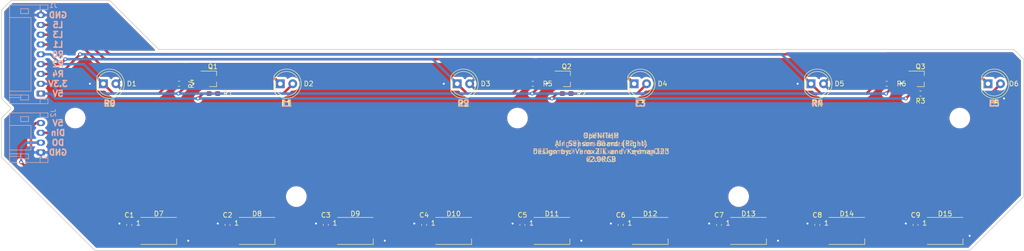
<source format=kicad_pcb>
(kicad_pcb (version 20171130) (host pcbnew "(5.1.7)-1")
  (layers (0 F.Cu signal) (31 B.Cu signal) (34 B.Paste user) (35 F.Paste user) (36 B.SilkS user) (37 F.SilkS user) (38 B.Mask user) (39 F.Mask user) (44 Edge.Cuts user))
  (net 0 "")
  (net 1 GND)
  (net 2 +3V3)
  (net 3 +5V)
  (net 4 R0)
  (net 5 "Net-(D2-Pad2)")
  (net 6 "Net-(D2-Pad1)")
  (net 7 R2)
  (net 8 "Net-(D4-Pad2)")
  (net 9 "Net-(D4-Pad1)")
  (net 10 R4)
  (net 11 "Net-(D6-Pad2)")
  (net 12 "Net-(D6-Pad1)")
  (net 13 L5)
  (net 14 L3)
  (net 15 L1)
  (net 16 Din)
  (net 17 "Net-(D8-Pad2)")
  (net 18 "Net-(D10-Pad4)")
  (net 19 "Net-(D10-Pad2)")
  (net 20 "Net-(D11-Pad2)")
  (net 21 "Net-(D12-Pad2)")
  (net 22 "Net-(D14-Pad2)")
  (net 23 DO)
  (net 24 RGB+5V)
  (net 25 "Net-(D9-Pad2)")
  (net 26 "Net-(D15-Pad2)")
  (module Connector_JST:JST_PH_S4B-PH-K_1x04_P2.00mm_Horizontal (layer B.Cu) (at 56 119 90)
    (fp_text reference J2 (at 8 2.55 90) (layer B.SilkS) (effects (justify mirror)))
    (fp_text value Conn_01x04)
    (fp_line (start -0.86 -0.14) (end -1.14 -0.14) (layer B.SilkS) (width 0.12))
    (fp_line (start -1.14 -0.14) (end -1.14 1.46) (layer B.SilkS) (width 0.12))
    (fp_line (start -1.14 1.46) (end -2.06 1.46) (layer B.SilkS) (width 0.12))
    (fp_line (start -2.06 1.46) (end -2.06 -6.36) (layer B.SilkS) (width 0.12))
    (fp_line (start -2.06 -6.36) (end 8.06 -6.36) (layer B.SilkS) (width 0.12))
    (fp_line (start 8.06 -6.36) (end 8.06 1.46) (layer B.SilkS) (width 0.12))
    (fp_line (start 8.06 1.46) (end 7.14 1.46) (layer B.SilkS) (width 0.12))
    (fp_line (start 7.14 1.46) (end 7.14 -0.14) (layer B.SilkS) (width 0.12))
    (fp_line (start 7.14 -0.14) (end 6.86 -0.14) (layer B.SilkS) (width 0.12))
    (fp_line (start 0.5 -6.36) (end 0.5 -2) (layer B.SilkS) (width 0.12))
    (fp_line (start 0.5 -2) (end 5.5 -2) (layer B.SilkS) (width 0.12))
    (fp_line (start 5.5 -2) (end 5.5 -6.36) (layer B.SilkS) (width 0.12))
    (fp_line (start -2.06 -0.14) (end -1.14 -0.14) (layer B.SilkS) (width 0.12))
    (fp_line (start 8.06 -0.14) (end 7.14 -0.14) (layer B.SilkS) (width 0.12))
    (fp_line (start -1.3 -2.5) (end -1.3 -4.1) (layer B.SilkS) (width 0.12))
    (fp_line (start -1.3 -4.1) (end -0.3 -4.1) (layer B.SilkS) (width 0.12))
    (fp_line (start -0.3 -4.1) (end -0.3 -2.5) (layer B.SilkS) (width 0.12))
    (fp_line (start -0.3 -2.5) (end -1.3 -2.5) (layer B.SilkS) (width 0.12))
    (fp_line (start 7.3 -2.5) (end 7.3 -4.1) (layer B.SilkS) (width 0.12))
    (fp_line (start 7.3 -4.1) (end 6.3 -4.1) (layer B.SilkS) (width 0.12))
    (fp_line (start 6.3 -4.1) (end 6.3 -2.5) (layer B.SilkS) (width 0.12))
    (fp_line (start 6.3 -2.5) (end 7.3 -2.5) (layer B.SilkS) (width 0.12))
    (fp_line (start -0.3 -4.1) (end -0.3 -6.36) (layer B.SilkS) (width 0.12))
    (fp_line (start -0.8 -4.1) (end -0.8 -6.36) (layer B.SilkS) (width 0.12))
    (fp_line (start -0.86 -0.14) (end -0.86 1.075) (layer B.SilkS) (width 0.12))
    (pad 4 thru_hole oval (at 6 0 90) (size 1.2 1.75) (drill 0.75) (layers *.Cu *.Mask) (net 24 RGB+5V))
    (pad 3 thru_hole oval (at 4 0 90) (size 1.2 1.75) (drill 0.75) (layers *.Cu *.Mask) (net 16 Din))
    (pad 2 thru_hole oval (at 2 0 90) (size 1.2 1.75) (drill 0.75) (layers *.Cu *.Mask) (net 23 DO))
    (pad 1 thru_hole roundrect (at 0 0 90) (size 1.2 1.75) (drill 0.75) (layers *.Cu *.Mask) (roundrect_rratio 0.2083325) (net 1 GND))
  )
  (module MountingHole:MountingHole_3.2mm_M3_ISO14580 (layer F.Cu) (at 198 128)
    (fp_text reference MH4 hide)
    (fp_text value MountingHole)
    (pad 1 np_thru_hole circle (at 0 0) (size 3.2 3.2) (drill 3.2) (layers *.Cu *.Mask))
  )
  (module MountingHole:MountingHole_3.2mm_M3_ISO14580 (layer F.Cu) (at 108 128)
    (fp_text reference MH2 hide)
    (fp_text value MountingHole)
    (pad 1 np_thru_hole circle (at 0 0) (size 3.2 3.2) (drill 3.2) (layers *.Cu *.Mask))
  )
  (module MountingHole:MountingHole_3.2mm_M3_ISO14580 (layer F.Cu) (at 243 112)
    (fp_text reference MH5 hide)
    (fp_text value MountingHole)
    (pad 1 np_thru_hole circle (at 0 0) (size 3.2 3.2) (drill 3.2) (layers *.Cu *.Mask))
  )
  (module Capacitor_SMD:C_0603_1608Metric (layer F.Cu) (at 234 133.775 270)
    (fp_text reference C9 (at -2 0 180) (layer F.SilkS))
    (fp_text value 100nF)
    (fp_line (start -0.14058 -0.51) (end 0.14058 -0.51) (layer F.SilkS) (width 0.12))
    (fp_line (start -0.14058 0.51) (end 0.14058 0.51) (layer F.SilkS) (width 0.12))
    (pad 1 smd roundrect (at -0.775 0 270) (size 0.9 0.95) (layers F.Cu F.Paste F.Mask) (net 24 RGB+5V))
    (pad 2 smd roundrect (at 0.775 0 270) (size 0.9 0.95) (layers F.Cu F.Paste F.Mask) (net 1 GND))
  )
  (module Capacitor_SMD:C_0603_1608Metric (layer F.Cu) (at 214 133.775 270)
    (fp_text reference C8 (at -2 0 180) (layer F.SilkS))
    (fp_text value 100nF)
    (fp_line (start -0.14058 0.51) (end 0.14058 0.51) (layer F.SilkS) (width 0.12))
    (fp_line (start -0.14058 -0.51) (end 0.14058 -0.51) (layer F.SilkS) (width 0.12))
    (pad 2 smd roundrect (at 0.775 0 270) (size 0.9 0.95) (layers F.Cu F.Paste F.Mask) (net 1 GND))
    (pad 1 smd roundrect (at -0.775 0 270) (size 0.9 0.95) (layers F.Cu F.Paste F.Mask) (net 24 RGB+5V))
  )
  (module Capacitor_SMD:C_0603_1608Metric (layer F.Cu) (at 194 133.775 270)
    (fp_text reference C7 (at -2 0 180) (layer F.SilkS))
    (fp_text value 100nF)
    (fp_line (start -0.14058 -0.51) (end 0.14058 -0.51) (layer F.SilkS) (width 0.12))
    (fp_line (start -0.14058 0.51) (end 0.14058 0.51) (layer F.SilkS) (width 0.12))
    (pad 1 smd roundrect (at -0.775 0 270) (size 0.9 0.95) (layers F.Cu F.Paste F.Mask) (net 24 RGB+5V))
    (pad 2 smd roundrect (at 0.775 0 270) (size 0.9 0.95) (layers F.Cu F.Paste F.Mask) (net 1 GND))
  )
  (module Capacitor_SMD:C_0603_1608Metric (layer F.Cu) (at 174 133.775 270)
    (fp_text reference C6 (at -2 0 180) (layer F.SilkS))
    (fp_text value 100nF)
    (fp_line (start -0.14058 -0.51) (end 0.14058 -0.51) (layer F.SilkS) (width 0.12))
    (fp_line (start -0.14058 0.51) (end 0.14058 0.51) (layer F.SilkS) (width 0.12))
    (pad 1 smd roundrect (at -0.775 0 270) (size 0.9 0.95) (layers F.Cu F.Paste F.Mask) (net 24 RGB+5V))
    (pad 2 smd roundrect (at 0.775 0 270) (size 0.9 0.95) (layers F.Cu F.Paste F.Mask) (net 1 GND))
  )
  (module Capacitor_SMD:C_0603_1608Metric (layer F.Cu) (at 154 133.775 270)
    (fp_text reference C5 (at -2 0 180) (layer F.SilkS))
    (fp_text value 100nF)
    (fp_line (start -0.14058 -0.51) (end 0.14058 -0.51) (layer F.SilkS) (width 0.12))
    (fp_line (start -0.14058 0.51) (end 0.14058 0.51) (layer F.SilkS) (width 0.12))
    (pad 1 smd roundrect (at -0.775 0 270) (size 0.9 0.95) (layers F.Cu F.Paste F.Mask) (net 24 RGB+5V))
    (pad 2 smd roundrect (at 0.775 0 270) (size 0.9 0.95) (layers F.Cu F.Paste F.Mask) (net 1 GND))
  )
  (module Capacitor_SMD:C_0603_1608Metric (layer F.Cu) (at 134 133.775 270)
    (fp_text reference C4 (at -2 0 180) (layer F.SilkS))
    (fp_text value 100nF)
    (fp_line (start -0.14058 -0.51) (end 0.14058 -0.51) (layer F.SilkS) (width 0.12))
    (fp_line (start -0.14058 0.51) (end 0.14058 0.51) (layer F.SilkS) (width 0.12))
    (pad 1 smd roundrect (at -0.775 0 270) (size 0.9 0.95) (layers F.Cu F.Paste F.Mask) (net 24 RGB+5V))
    (pad 2 smd roundrect (at 0.775 0 270) (size 0.9 0.95) (layers F.Cu F.Paste F.Mask) (net 1 GND))
  )
  (module Capacitor_SMD:C_0603_1608Metric (layer F.Cu) (at 114 133.775 270)
    (fp_text reference C3 (at -2 0) (layer F.SilkS))
    (fp_text value 100nF)
    (fp_line (start -0.14058 -0.51) (end 0.14058 -0.51) (layer F.SilkS) (width 0.12))
    (fp_line (start -0.14058 0.51) (end 0.14058 0.51) (layer F.SilkS) (width 0.12))
    (pad 1 smd roundrect (at -0.775 0 270) (size 0.9 0.95) (layers F.Cu F.Paste F.Mask) (net 24 RGB+5V))
    (pad 2 smd roundrect (at 0.775 0 270) (size 0.9 0.95) (layers F.Cu F.Paste F.Mask) (net 1 GND))
  )
  (module Capacitor_SMD:C_0603_1608Metric (layer F.Cu) (at 94 133.775 270)
    (fp_text reference C2 (at -2 0 180) (layer F.SilkS))
    (fp_text value 100nF)
    (fp_line (start -0.14058 0.51) (end 0.14058 0.51) (layer F.SilkS) (width 0.12))
    (fp_line (start -0.14058 -0.51) (end 0.14058 -0.51) (layer F.SilkS) (width 0.12))
    (pad 2 smd roundrect (at 0.775 0 270) (size 0.9 0.95) (layers F.Cu F.Paste F.Mask) (net 1 GND))
    (pad 1 smd roundrect (at -0.775 0 270) (size 0.9 0.95) (layers F.Cu F.Paste F.Mask) (net 24 RGB+5V))
  )
  (module Capacitor_SMD:C_0603_1608Metric (layer F.Cu) (at 74 133.775 270)
    (fp_text reference C1 (at -2 0 180) (layer F.SilkS))
    (fp_text value 100nF)
    (fp_line (start -0.14058 0.51) (end 0.14058 0.51) (layer F.SilkS) (width 0.12))
    (fp_line (start -0.14058 -0.51) (end 0.14058 -0.51) (layer F.SilkS) (width 0.12))
    (pad 2 smd roundrect (at 0.775 0 270) (size 0.9 0.95) (layers F.Cu F.Paste F.Mask) (net 1 GND))
    (pad 1 smd roundrect (at -0.775 0 270) (size 0.9 0.95) (layers F.Cu F.Paste F.Mask) (net 24 RGB+5V))
  )
  (module LED_SMD:LED_WS2812B_PLCC4_5.0x5.0mm_P3.2mm (layer F.Cu) (at 80 135)
    (fp_text reference D7 (at 0 -3.5) (layer F.SilkS))
    (fp_text value WS2812B)
    (fp_line (start -3.65 -2.75) (end 3.65 -2.75) (layer F.SilkS) (width 0.12))
    (fp_line (start -3.65 2.75) (end 3.65 2.75) (layer F.SilkS) (width 0.12))
    (fp_line (start 3.65 2.75) (end 3.65 1.6) (layer F.SilkS) (width 0.12))
    (fp_text user 1 (at -4.15 -1.6) (layer F.SilkS))
    (pad 1 smd rect (at -2.45 -1.6) (size 1.5 1) (layers F.Cu F.Paste F.Mask) (net 24 RGB+5V))
    (pad 2 smd rect (at -2.45 1.6) (size 1.5 1) (layers F.Cu F.Paste F.Mask) (net 23 DO))
    (pad 4 smd rect (at 2.45 -1.6) (size 1.5 1) (layers F.Cu F.Paste F.Mask) (net 19 "Net-(D10-Pad2)"))
    (pad 3 smd rect (at 2.45 1.6) (size 1.5 1) (layers F.Cu F.Paste F.Mask) (net 1 GND))
  )
  (module LED_SMD:LED_WS2812B_PLCC4_5.0x5.0mm_P3.2mm (layer F.Cu) (at 100 135)
    (fp_text reference D8 (at 0 -3.5) (layer F.SilkS))
    (fp_text value WS2812B)
    (fp_line (start 3.65 2.75) (end 3.65 1.6) (layer F.SilkS) (width 0.12))
    (fp_line (start -3.65 2.75) (end 3.65 2.75) (layer F.SilkS) (width 0.12))
    (fp_line (start -3.65 -2.75) (end 3.65 -2.75) (layer F.SilkS) (width 0.12))
    (fp_text user 1 (at -4.15 -1.6) (layer F.SilkS))
    (pad 3 smd rect (at 2.45 1.6) (size 1.5 1) (layers F.Cu F.Paste F.Mask) (net 1 GND))
    (pad 4 smd rect (at 2.45 -1.6) (size 1.5 1) (layers F.Cu F.Paste F.Mask) (net 19 "Net-(D10-Pad2)"))
    (pad 2 smd rect (at -2.45 1.6) (size 1.5 1) (layers F.Cu F.Paste F.Mask) (net 17 "Net-(D8-Pad2)"))
    (pad 1 smd rect (at -2.45 -1.6) (size 1.5 1) (layers F.Cu F.Paste F.Mask) (net 24 RGB+5V))
  )
  (module LED_SMD:LED_WS2812B_PLCC4_5.0x5.0mm_P3.2mm (layer F.Cu) (at 120 135)
    (fp_text reference D9 (at 0 -3.5) (layer F.SilkS))
    (fp_text value WS2812B)
    (fp_line (start 3.65 2.75) (end 3.65 1.6) (layer F.SilkS) (width 0.12))
    (fp_line (start -3.65 2.75) (end 3.65 2.75) (layer F.SilkS) (width 0.12))
    (fp_line (start -3.65 -2.75) (end 3.65 -2.75) (layer F.SilkS) (width 0.12))
    (fp_text user 1 (at -4.15 -1.6) (layer F.SilkS))
    (pad 3 smd rect (at 2.45 1.6) (size 1.5 1) (layers F.Cu F.Paste F.Mask) (net 1 GND))
    (pad 4 smd rect (at 2.45 -1.6) (size 1.5 1) (layers F.Cu F.Paste F.Mask) (net 19 "Net-(D10-Pad2)"))
    (pad 2 smd rect (at -2.45 1.6) (size 1.5 1) (layers F.Cu F.Paste F.Mask) (net 25 "Net-(D9-Pad2)"))
    (pad 1 smd rect (at -2.45 -1.6) (size 1.5 1) (layers F.Cu F.Paste F.Mask) (net 24 RGB+5V))
  )
  (module LED_SMD:LED_WS2812B_PLCC4_5.0x5.0mm_P3.2mm (layer F.Cu) (at 140 135)
    (fp_text reference D10 (at 0 -3.5) (layer F.SilkS))
    (fp_text value WS2812B)
    (fp_line (start 3.65 2.75) (end 3.65 1.6) (layer F.SilkS) (width 0.12))
    (fp_line (start -3.65 2.75) (end 3.65 2.75) (layer F.SilkS) (width 0.12))
    (fp_line (start -3.65 -2.75) (end 3.65 -2.75) (layer F.SilkS) (width 0.12))
    (fp_text user 1 (at -4.15 -1.6) (layer F.SilkS))
    (pad 3 smd rect (at 2.45 1.6) (size 1.5 1) (layers F.Cu F.Paste F.Mask) (net 1 GND))
    (pad 4 smd rect (at 2.45 -1.6) (size 1.5 1) (layers F.Cu F.Paste F.Mask) (net 18 "Net-(D10-Pad4)"))
    (pad 2 smd rect (at -2.45 1.6) (size 1.5 1) (layers F.Cu F.Paste F.Mask) (net 19 "Net-(D10-Pad2)"))
    (pad 1 smd rect (at -2.45 -1.6) (size 1.5 1) (layers F.Cu F.Paste F.Mask) (net 24 RGB+5V))
  )
  (module LED_SMD:LED_WS2812B_PLCC4_5.0x5.0mm_P3.2mm (layer F.Cu) (at 240 135)
    (fp_text reference D15 (at 0 -3.5) (layer F.SilkS))
    (fp_text value WS2812B)
    (fp_line (start -3.65 -2.75) (end 3.65 -2.75) (layer F.SilkS) (width 0.12))
    (fp_line (start -3.65 2.75) (end 3.65 2.75) (layer F.SilkS) (width 0.12))
    (fp_line (start 3.65 2.75) (end 3.65 1.6) (layer F.SilkS) (width 0.12))
    (fp_text user 1 (at -4.15 -1.6) (layer F.SilkS))
    (pad 1 smd rect (at -2.45 -1.6) (size 1.5 1) (layers F.Cu F.Paste F.Mask) (net 24 RGB+5V))
    (pad 2 smd rect (at -2.45 1.6) (size 1.5 1) (layers F.Cu F.Paste F.Mask) (net 26 "Net-(D15-Pad2)"))
    (pad 4 smd rect (at 2.45 -1.6) (size 1.5 1) (layers F.Cu F.Paste F.Mask) (net 16 Din))
    (pad 3 smd rect (at 2.45 1.6) (size 1.5 1) (layers F.Cu F.Paste F.Mask) (net 1 GND))
  )
  (module LED_SMD:LED_WS2812B_PLCC4_5.0x5.0mm_P3.2mm (layer F.Cu) (at 220 135)
    (fp_text reference D14 (at 0 -3.5) (layer F.SilkS))
    (fp_text value WS2812B)
    (fp_line (start 3.65 2.75) (end 3.65 1.6) (layer F.SilkS) (width 0.12))
    (fp_line (start -3.65 2.75) (end 3.65 2.75) (layer F.SilkS) (width 0.12))
    (fp_line (start -3.65 -2.75) (end 3.65 -2.75) (layer F.SilkS) (width 0.12))
    (fp_text user 1 (at -4.15 -1.6) (layer F.SilkS))
    (pad 3 smd rect (at 2.45 1.6) (size 1.5 1) (layers F.Cu F.Paste F.Mask) (net 1 GND))
    (pad 4 smd rect (at 2.45 -1.6) (size 1.5 1) (layers F.Cu F.Paste F.Mask) (net 16 Din))
    (pad 2 smd rect (at -2.45 1.6) (size 1.5 1) (layers F.Cu F.Paste F.Mask) (net 22 "Net-(D14-Pad2)"))
    (pad 1 smd rect (at -2.45 -1.6) (size 1.5 1) (layers F.Cu F.Paste F.Mask) (net 24 RGB+5V))
  )
  (module LED_SMD:LED_WS2812B_PLCC4_5.0x5.0mm_P3.2mm (layer F.Cu) (at 200 135)
    (fp_text reference D13 (at 0 -3.5) (layer F.SilkS))
    (fp_text value WS2812B)
    (fp_line (start 3.65 2.75) (end 3.65 1.6) (layer F.SilkS) (width 0.12))
    (fp_line (start -3.65 2.75) (end 3.65 2.75) (layer F.SilkS) (width 0.12))
    (fp_line (start -3.65 -2.75) (end 3.65 -2.75) (layer F.SilkS) (width 0.12))
    (fp_text user 1 (at -4.15 -1.6) (layer F.SilkS))
    (pad 3 smd rect (at 2.45 1.6) (size 1.5 1) (layers F.Cu F.Paste F.Mask) (net 1 GND))
    (pad 4 smd rect (at 2.45 -1.6) (size 1.5 1) (layers F.Cu F.Paste F.Mask) (net 16 Din))
    (pad 2 smd rect (at -2.45 1.6) (size 1.5 1) (layers F.Cu F.Paste F.Mask) (net 18 "Net-(D10-Pad4)"))
    (pad 1 smd rect (at -2.45 -1.6) (size 1.5 1) (layers F.Cu F.Paste F.Mask) (net 24 RGB+5V))
  )
  (module LED_SMD:LED_WS2812B_PLCC4_5.0x5.0mm_P3.2mm (layer F.Cu) (at 180 135)
    (fp_text reference D12 (at 0 -3.5) (layer F.SilkS))
    (fp_text value WS2812B)
    (fp_line (start 3.65 2.75) (end 3.65 1.6) (layer F.SilkS) (width 0.12))
    (fp_line (start -3.65 2.75) (end 3.65 2.75) (layer F.SilkS) (width 0.12))
    (fp_line (start -3.65 -2.75) (end 3.65 -2.75) (layer F.SilkS) (width 0.12))
    (fp_text user 1 (at -4.15 -1.6) (layer F.SilkS))
    (pad 3 smd rect (at 2.45 1.6) (size 1.5 1) (layers F.Cu F.Paste F.Mask) (net 1 GND))
    (pad 4 smd rect (at 2.45 -1.6) (size 1.5 1) (layers F.Cu F.Paste F.Mask) (net 18 "Net-(D10-Pad4)"))
    (pad 2 smd rect (at -2.45 1.6) (size 1.5 1) (layers F.Cu F.Paste F.Mask) (net 21 "Net-(D12-Pad2)"))
    (pad 1 smd rect (at -2.45 -1.6) (size 1.5 1) (layers F.Cu F.Paste F.Mask) (net 24 RGB+5V))
  )
  (module LED_SMD:LED_WS2812B_PLCC4_5.0x5.0mm_P3.2mm (layer F.Cu) (at 160 135)
    (fp_text reference D11 (at 0 -3.5) (layer F.SilkS))
    (fp_text value WS2812B)
    (fp_line (start -3.65 -2.75) (end 3.65 -2.75) (layer F.SilkS) (width 0.12))
    (fp_line (start -3.65 2.75) (end 3.65 2.75) (layer F.SilkS) (width 0.12))
    (fp_line (start 3.65 2.75) (end 3.65 1.6) (layer F.SilkS) (width 0.12))
    (fp_text user 1 (at -4.15 -1.6) (layer F.SilkS))
    (pad 1 smd rect (at -2.45 -1.6) (size 1.5 1) (layers F.Cu F.Paste F.Mask) (net 24 RGB+5V))
    (pad 2 smd rect (at -2.45 1.6) (size 1.5 1) (layers F.Cu F.Paste F.Mask) (net 20 "Net-(D11-Pad2)"))
    (pad 4 smd rect (at 2.45 -1.6) (size 1.5 1) (layers F.Cu F.Paste F.Mask) (net 18 "Net-(D10-Pad4)"))
    (pad 3 smd rect (at 2.45 1.6) (size 1.5 1) (layers F.Cu F.Paste F.Mask) (net 1 GND))
  )
  (module Resistor_SMD:R_0603_1608Metric_Pad1.05x0.95mm_HandSolder (layer F.Cu) (at 228.125 105 180)
    (fp_text reference R6 (at -3 0) (layer F.SilkS))
    (fp_text value 10k)
    (fp_line (start -0.171267 -0.51) (end 0.171267 -0.51) (layer F.SilkS) (width 0.12))
    (fp_line (start -0.171267 0.51) (end 0.171267 0.51) (layer F.SilkS) (width 0.12))
    (pad 2 smd roundrect (at 0.875 0 180) (size 1.05 0.95) (layers F.Cu F.Paste F.Mask) (net 10 R4))
    (pad 1 smd roundrect (at -0.875 0 180) (size 1.05 0.95) (layers F.Cu F.Paste F.Mask) (net 2 +3V3))
  )
  (module Resistor_SMD:R_0603_1608Metric_Pad1.05x0.95mm_HandSolder (layer F.Cu) (at 156.125 105 180)
    (fp_text reference R5 (at -3 0) (layer F.SilkS))
    (fp_text value 10k)
    (fp_line (start -0.171267 -0.51) (end 0.171267 -0.51) (layer F.SilkS) (width 0.12))
    (fp_line (start -0.171267 0.51) (end 0.171267 0.51) (layer F.SilkS) (width 0.12))
    (pad 2 smd roundrect (at 0.875 0 180) (size 1.05 0.95) (layers F.Cu F.Paste F.Mask) (net 7 R2))
    (pad 1 smd roundrect (at -0.875 0 180) (size 1.05 0.95) (layers F.Cu F.Paste F.Mask) (net 2 +3V3))
  )
  (module Resistor_SMD:R_0603_1608Metric_Pad1.05x0.95mm_HandSolder (layer F.Cu) (at 84.125 105 180)
    (fp_text reference R4 (at -2.5 0 270) (layer F.SilkS))
    (fp_text value 10k)
    (fp_line (start -0.171267 -0.51) (end 0.171267 -0.51) (layer F.SilkS) (width 0.12))
    (fp_line (start -0.171267 0.51) (end 0.171267 0.51) (layer F.SilkS) (width 0.12))
    (pad 2 smd roundrect (at 0.875 0 180) (size 1.05 0.95) (layers F.Cu F.Paste F.Mask) (net 4 R0))
    (pad 1 smd roundrect (at -0.875 0 180) (size 1.05 0.95) (layers F.Cu F.Paste F.Mask) (net 2 +3V3))
  )
  (module Resistor_SMD:R_0603_1608Metric_Pad1.05x0.95mm_HandSolder (layer F.Cu) (at 235 107)
    (fp_text reference R3 (at 0 1.5) (layer F.SilkS))
    (fp_text value 82)
    (fp_line (start -0.171267 -0.51) (end 0.171267 -0.51) (layer F.SilkS) (width 0.12))
    (fp_line (start -0.171267 0.51) (end 0.171267 0.51) (layer F.SilkS) (width 0.12))
    (pad 2 smd roundrect (at 0.875 0) (size 1.05 0.95) (layers F.Cu F.Paste F.Mask) (net 11 "Net-(D6-Pad2)"))
    (pad 1 smd roundrect (at -0.875 0) (size 1.05 0.95) (layers F.Cu F.Paste F.Mask) (net 3 +5V))
  )
  (module Resistor_SMD:R_0603_1608Metric_Pad1.05x0.95mm_HandSolder (layer F.Cu) (at 163 107)
    (fp_text reference R2 (at 3 0) (layer F.SilkS))
    (fp_text value 82)
    (fp_line (start -0.171267 -0.51) (end 0.171267 -0.51) (layer F.SilkS) (width 0.12))
    (fp_line (start -0.171267 0.51) (end 0.171267 0.51) (layer F.SilkS) (width 0.12))
    (pad 2 smd roundrect (at 0.875 0) (size 1.05 0.95) (layers F.Cu F.Paste F.Mask) (net 8 "Net-(D4-Pad2)"))
    (pad 1 smd roundrect (at -0.875 0) (size 1.05 0.95) (layers F.Cu F.Paste F.Mask) (net 3 +5V))
  )
  (module Resistor_SMD:R_0603_1608Metric_Pad1.05x0.95mm_HandSolder (layer F.Cu) (at 91.125 107)
    (fp_text reference R1 (at 3 0) (layer F.SilkS))
    (fp_text value 82)
    (fp_line (start -0.171267 -0.51) (end 0.171267 -0.51) (layer F.SilkS) (width 0.12))
    (fp_line (start -0.171267 0.51) (end 0.171267 0.51) (layer F.SilkS) (width 0.12))
    (pad 2 smd roundrect (at 0.875 0) (size 1.05 0.95) (layers F.Cu F.Paste F.Mask) (net 5 "Net-(D2-Pad2)"))
    (pad 1 smd roundrect (at -0.875 0) (size 1.05 0.95) (layers F.Cu F.Paste F.Mask) (net 3 +5V))
  )
  (module Package_TO_SOT_SMD:SOT-23_Handsoldering (layer F.Cu) (at 235 104)
    (fp_text reference Q3 (at 0 -2.5 180) (layer F.SilkS))
    (fp_text value 2N7002)
    (fp_line (start 0.76 1.58) (end 0.76 0.65) (layer F.SilkS) (width 0.12))
    (fp_line (start 0.76 -1.58) (end 0.76 -0.65) (layer F.SilkS) (width 0.12))
    (fp_line (start 0.76 -1.58) (end -2.4 -1.58) (layer F.SilkS) (width 0.12))
    (fp_line (start 0.76 1.58) (end -0.7 1.58) (layer F.SilkS) (width 0.12))
    (pad 3 smd rect (at 1.5 0) (size 1.9 0.8) (layers F.Cu F.Paste F.Mask) (net 12 "Net-(D6-Pad1)"))
    (pad 2 smd rect (at -1.5 0.95) (size 1.9 0.8) (layers F.Cu F.Paste F.Mask) (net 1 GND))
    (pad 1 smd rect (at -1.5 -0.95) (size 1.9 0.8) (layers F.Cu F.Paste F.Mask) (net 13 L5))
  )
  (module Package_TO_SOT_SMD:SOT-23_Handsoldering (layer F.Cu) (at 163 104)
    (fp_text reference Q2 (at 0 -2.5 180) (layer F.SilkS))
    (fp_text value 2N7002)
    (fp_line (start 0.76 1.58) (end 0.76 0.65) (layer F.SilkS) (width 0.12))
    (fp_line (start 0.76 -1.58) (end 0.76 -0.65) (layer F.SilkS) (width 0.12))
    (fp_line (start 0.76 -1.58) (end -2.4 -1.58) (layer F.SilkS) (width 0.12))
    (fp_line (start 0.76 1.58) (end -0.7 1.58) (layer F.SilkS) (width 0.12))
    (pad 3 smd rect (at 1.5 0) (size 1.9 0.8) (layers F.Cu F.Paste F.Mask) (net 9 "Net-(D4-Pad1)"))
    (pad 2 smd rect (at -1.5 0.95) (size 1.9 0.8) (layers F.Cu F.Paste F.Mask) (net 1 GND))
    (pad 1 smd rect (at -1.5 -0.95) (size 1.9 0.8) (layers F.Cu F.Paste F.Mask) (net 14 L3))
  )
  (module Package_TO_SOT_SMD:SOT-23_Handsoldering (layer F.Cu) (at 91 104)
    (fp_text reference Q1 (at 0 -2.5 180) (layer F.SilkS))
    (fp_text value 2N7002)
    (fp_line (start 0.76 1.58) (end 0.76 0.65) (layer F.SilkS) (width 0.12))
    (fp_line (start 0.76 -1.58) (end 0.76 -0.65) (layer F.SilkS) (width 0.12))
    (fp_line (start 0.76 -1.58) (end -2.4 -1.58) (layer F.SilkS) (width 0.12))
    (fp_line (start 0.76 1.58) (end -0.7 1.58) (layer F.SilkS) (width 0.12))
    (pad 3 smd rect (at 1.5 0) (size 1.9 0.8) (layers F.Cu F.Paste F.Mask) (net 6 "Net-(D2-Pad1)"))
    (pad 2 smd rect (at -1.5 0.95) (size 1.9 0.8) (layers F.Cu F.Paste F.Mask) (net 1 GND))
    (pad 1 smd rect (at -1.5 -0.95) (size 1.9 0.8) (layers F.Cu F.Paste F.Mask) (net 15 L1))
  )
  (module AirSensor_Local:LED_D5.0mm (layer F.Cu) (at 178 105)
    (fp_text reference D4 (at 4.5 0) (layer F.SilkS))
    (fp_text value "IR LED")
    (fp_line (start -2.56 -1.545) (end -2.56 1.545) (layer F.SilkS) (width 0.12))
    (fp_circle (center 0 0) (end 2.5 0) (layer F.SilkS) (width 0.12))
    (fp_arc (start 0 0) (end -2.56 1.54483) (angle -148.9) (layer F.SilkS) (width 0.12))
    (fp_arc (start 0 0) (end -2.56 -1.54483) (angle 148.9) (layer F.SilkS) (width 0.12))
    (pad 2 thru_hole circle (at 1.27 0) (size 1.8 1.8) (drill 0.9) (layers *.Cu *.Mask) (net 8 "Net-(D4-Pad2)"))
    (pad 1 thru_hole rect (at -1.27 0) (size 1.8 1.8) (drill 0.9) (layers *.Cu *.Mask) (net 9 "Net-(D4-Pad1)"))
  )
  (module AirSensor_Local:LED_D5.0mm (layer F.Cu) (at 250 105)
    (fp_text reference D6 (at 4 0) (layer F.SilkS))
    (fp_text value "IR LED")
    (fp_line (start -2.56 -1.545) (end -2.56 1.545) (layer F.SilkS) (width 0.12))
    (fp_circle (center 0 0) (end 2.5 0) (layer F.SilkS) (width 0.12))
    (fp_arc (start 0 0) (end -2.56 1.54483) (angle -148.9) (layer F.SilkS) (width 0.12))
    (fp_arc (start 0 0) (end -2.56 -1.54483) (angle 148.9) (layer F.SilkS) (width 0.12))
    (pad 2 thru_hole circle (at 1.27 0) (size 1.8 1.8) (drill 0.9) (layers *.Cu *.Mask) (net 11 "Net-(D6-Pad2)"))
    (pad 1 thru_hole rect (at -1.27 0) (size 1.8 1.8) (drill 0.9) (layers *.Cu *.Mask) (net 12 "Net-(D6-Pad1)"))
  )
  (module AirSensor_Local:LED_D5.0mm (layer F.Cu) (at 214 105)
    (fp_text reference D5 (at 4.5 0) (layer F.SilkS))
    (fp_text value "IR Photodiode")
    (fp_line (start -2.56 -1.545) (end -2.56 1.545) (layer F.SilkS) (width 0.12))
    (fp_circle (center 0 0) (end 2.5 0) (layer F.SilkS) (width 0.12))
    (fp_arc (start 0 0) (end -2.56 1.54483) (angle -148.9) (layer F.SilkS) (width 0.12))
    (fp_arc (start 0 0) (end -2.56 -1.54483) (angle 148.9) (layer F.SilkS) (width 0.12))
    (pad 2 thru_hole circle (at 1.27 0) (size 1.8 1.8) (drill 0.9) (layers *.Cu *.Mask) (net 1 GND))
    (pad 1 thru_hole rect (at -1.27 0) (size 1.8 1.8) (drill 0.9) (layers *.Cu *.Mask) (net 10 R4))
  )
  (module AirSensor_Local:LED_D5.0mm (layer F.Cu) (at 142 105)
    (fp_text reference D3 (at 4.5 0) (layer F.SilkS))
    (fp_text value "IR Photodiode")
    (fp_line (start -2.56 -1.545) (end -2.56 1.545) (layer F.SilkS) (width 0.12))
    (fp_circle (center 0 0) (end 2.5 0) (layer F.SilkS) (width 0.12))
    (fp_arc (start 0 0) (end -2.56 1.54483) (angle -148.9) (layer F.SilkS) (width 0.12))
    (fp_arc (start 0 0) (end -2.56 -1.54483) (angle 148.9) (layer F.SilkS) (width 0.12))
    (pad 2 thru_hole circle (at 1.27 0) (size 1.8 1.8) (drill 0.9) (layers *.Cu *.Mask) (net 1 GND))
    (pad 1 thru_hole rect (at -1.27 0) (size 1.8 1.8) (drill 0.9) (layers *.Cu *.Mask) (net 7 R2))
  )
  (module AirSensor_Local:LED_D5.0mm (layer F.Cu) (at 106 105)
    (fp_text reference D2 (at 4.5 0) (layer F.SilkS))
    (fp_text value "IR LED")
    (fp_line (start -2.56 -1.545) (end -2.56 1.545) (layer F.SilkS) (width 0.12))
    (fp_circle (center 0 0) (end 2.5 0) (layer F.SilkS) (width 0.12))
    (fp_arc (start 0 0) (end -2.56 1.54483) (angle -148.9) (layer F.SilkS) (width 0.12))
    (fp_arc (start 0 0) (end -2.56 -1.54483) (angle 148.9) (layer F.SilkS) (width 0.12))
    (pad 2 thru_hole circle (at 1.27 0) (size 1.8 1.8) (drill 0.9) (layers *.Cu *.Mask) (net 5 "Net-(D2-Pad2)"))
    (pad 1 thru_hole rect (at -1.27 0) (size 1.8 1.8) (drill 0.9) (layers *.Cu *.Mask) (net 6 "Net-(D2-Pad1)"))
  )
  (module AirSensor_Local:LED_D5.0mm (layer F.Cu) (at 70 105)
    (fp_text reference D1 (at 4.5 0) (layer F.SilkS))
    (fp_text value "IR Photodiode")
    (fp_line (start -2.56 -1.545) (end -2.56 1.545) (layer F.SilkS) (width 0.12))
    (fp_circle (center 0 0) (end 2.5 0) (layer F.SilkS) (width 0.12))
    (fp_arc (start 0 0) (end -2.56 1.54483) (angle -148.9) (layer F.SilkS) (width 0.12))
    (fp_arc (start 0 0) (end -2.56 -1.54483) (angle 148.9) (layer F.SilkS) (width 0.12))
    (pad 2 thru_hole circle (at 1.27 0) (size 1.8 1.8) (drill 0.9) (layers *.Cu *.Mask) (net 1 GND))
    (pad 1 thru_hole rect (at -1.27 0) (size 1.8 1.8) (drill 0.9) (layers *.Cu *.Mask) (net 4 R0))
  )
  (module Connector_JST:JST_PH_S9B-PH-K_1x09_P2.00mm_Horizontal (layer B.Cu) (at 56 107 90)
    (fp_text reference J1 (at 18 2.55) (layer B.SilkS) (effects (justify mirror)))
    (fp_text value "JST PH R/A")
    (fp_line (start -0.86 -0.14) (end -0.86 1.075) (layer B.SilkS) (width 0.12))
    (fp_line (start -0.8 -4.1) (end -0.8 -6.36) (layer B.SilkS) (width 0.12))
    (fp_line (start -0.3 -4.1) (end -0.3 -6.36) (layer B.SilkS) (width 0.12))
    (fp_line (start 16.3 -2.5) (end 17.3 -2.5) (layer B.SilkS) (width 0.12))
    (fp_line (start 16.3 -4.1) (end 16.3 -2.5) (layer B.SilkS) (width 0.12))
    (fp_line (start 17.3 -4.1) (end 16.3 -4.1) (layer B.SilkS) (width 0.12))
    (fp_line (start 17.3 -2.5) (end 17.3 -4.1) (layer B.SilkS) (width 0.12))
    (fp_line (start -0.3 -2.5) (end -1.3 -2.5) (layer B.SilkS) (width 0.12))
    (fp_line (start -0.3 -4.1) (end -0.3 -2.5) (layer B.SilkS) (width 0.12))
    (fp_line (start -1.3 -4.1) (end -0.3 -4.1) (layer B.SilkS) (width 0.12))
    (fp_line (start -1.3 -2.5) (end -1.3 -4.1) (layer B.SilkS) (width 0.12))
    (fp_line (start 18.06 -0.14) (end 17.14 -0.14) (layer B.SilkS) (width 0.12))
    (fp_line (start -2.06 -0.14) (end -1.14 -0.14) (layer B.SilkS) (width 0.12))
    (fp_line (start 15.5 -2) (end 15.5 -6.36) (layer B.SilkS) (width 0.12))
    (fp_line (start 0.5 -2) (end 15.5 -2) (layer B.SilkS) (width 0.12))
    (fp_line (start 0.5 -6.36) (end 0.5 -2) (layer B.SilkS) (width 0.12))
    (fp_line (start 17.14 -0.14) (end 16.86 -0.14) (layer B.SilkS) (width 0.12))
    (fp_line (start 17.14 1.46) (end 17.14 -0.14) (layer B.SilkS) (width 0.12))
    (fp_line (start 18.06 1.46) (end 17.14 1.46) (layer B.SilkS) (width 0.12))
    (fp_line (start 18.06 -6.36) (end 18.06 1.46) (layer B.SilkS) (width 0.12))
    (fp_line (start -2.06 -6.36) (end 18.06 -6.36) (layer B.SilkS) (width 0.12))
    (fp_line (start -2.06 1.46) (end -2.06 -6.36) (layer B.SilkS) (width 0.12))
    (fp_line (start -1.14 1.46) (end -2.06 1.46) (layer B.SilkS) (width 0.12))
    (fp_line (start -1.14 -0.14) (end -1.14 1.46) (layer B.SilkS) (width 0.12))
    (fp_line (start -0.86 -0.14) (end -1.14 -0.14) (layer B.SilkS) (width 0.12))
    (pad 9 thru_hole oval (at 16 0 90) (size 1.2 1.75) (drill 0.75) (layers *.Cu *.Mask) (net 1 GND))
    (pad 8 thru_hole oval (at 14 0 90) (size 1.2 1.75) (drill 0.75) (layers *.Cu *.Mask) (net 13 L5))
    (pad 7 thru_hole oval (at 12 0 90) (size 1.2 1.75) (drill 0.75) (layers *.Cu *.Mask) (net 14 L3))
    (pad 6 thru_hole oval (at 10 0 90) (size 1.2 1.75) (drill 0.75) (layers *.Cu *.Mask) (net 15 L1))
    (pad 5 thru_hole oval (at 8 0 90) (size 1.2 1.75) (drill 0.75) (layers *.Cu *.Mask) (net 4 R0))
    (pad 4 thru_hole oval (at 6 0 90) (size 1.2 1.75) (drill 0.75) (layers *.Cu *.Mask) (net 7 R2))
    (pad 3 thru_hole oval (at 4 0 90) (size 1.2 1.75) (drill 0.75) (layers *.Cu *.Mask) (net 10 R4))
    (pad 2 thru_hole oval (at 2 0 90) (size 1.2 1.75) (drill 0.75) (layers *.Cu *.Mask) (net 2 +3V3))
    (pad 1 thru_hole roundrect (at 0 0 90) (size 1.2 1.75) (drill 0.75) (layers *.Cu *.Mask) (roundrect_rratio 0.2083325) (net 3 +5V))
  )
  (module MountingHole:MountingHole_3.2mm_M3_ISO14580 (layer F.Cu) (at 153 112)
    (fp_text reference MH3 hide)
    (fp_text value MountingHole)
    (pad 1 np_thru_hole circle (at 0 0) (size 3.2 3.2) (drill 3.2) (layers *.Cu *.Mask))
  )
  (module MountingHole:MountingHole_3.2mm_M3_ISO14580 (layer F.Cu) (at 63 112)
    (fp_text reference MH1 hide)
    (fp_text value MountingHole)
    (pad 1 np_thru_hole circle (at 0 0) (size 3.2 3.2) (drill 3.2) (layers *.Cu *.Mask))
  )
  (gr_text GND (at 59.5 119) (layer B.SilkS) (effects (font (size 1.2 1.2) (thickness 0.3)) (justify mirror)))
  (gr_text DO (at 59.5 117) (layer B.SilkS) (effects (font (size 1.2 1.2) (thickness 0.3)) (justify mirror)))
  (gr_text Din (at 59.5 115) (layer B.SilkS) (effects (font (size 1.2 1.2) (thickness 0.3)) (justify mirror)))
  (gr_text 5V (at 59.5 113) (layer B.SilkS) (effects (font (size 1.2 1.2) (thickness 0.3)) (justify mirror)))
  (gr_line (start 67 139) (end 48 120) (layer Edge.Cuts) (width 0.15))
  (gr_line (start 50 110) (end 48 112) (layer Edge.Cuts) (width 0.15))
  (gr_line (start 245 139) (end 256 128) (layer Edge.Cuts) (width 0.15))
  (gr_line (start 67 139) (end 245 139) (layer Edge.Cuts) (width 0.15))
  (gr_text R0 (at 70 109) (layer B.SilkS) (effects (font (size 1.2 1.2) (thickness 0.3)) (justify mirror)))
  (gr_text 5V (at 59.5 107) (layer B.SilkS) (effects (font (size 1.2 1.2) (thickness 0.3)) (justify mirror)))
  (gr_text "OpeNITHM\nAir Sensor Board (Right)\nDesign by: VeroxZik and Kevman323\nv2.0RGB" (at 170 118) (layer B.SilkS) (effects (font (size 1 1)) (justify mirror)))
  (gr_text R2 (at 142 109) (layer B.SilkS) (effects (font (size 1.2 1.2) (thickness 0.3)) (justify mirror)))
  (gr_text L5 (at 250 109) (layer B.SilkS) (effects (font (size 1.2 1.2) (thickness 0.3)) (justify mirror)))
  (gr_text R4 (at 214 109) (layer B.SilkS) (effects (font (size 1.2 1.2) (thickness 0.3)) (justify mirror)))
  (gr_text L3 (at 178 109) (layer B.SilkS) (effects (font (size 1.2 1.2) (thickness 0.3)) (justify mirror)))
  (gr_text L1 (at 106 109) (layer B.SilkS) (effects (font (size 1.2 1.2) (thickness 0.3)) (justify mirror)))
  (gr_text R4 (at 214 109) (layer F.SilkS) (effects (font (size 1.2 1.2) (thickness 0.3))))
  (gr_text L3 (at 178 109) (layer F.SilkS) (effects (font (size 1.2 1.2) (thickness 0.3))))
  (gr_text R2 (at 142 109) (layer F.SilkS) (effects (font (size 1.2 1.2) (thickness 0.3))))
  (gr_text L1 (at 106 109) (layer F.SilkS) (effects (font (size 1.2 1.2) (thickness 0.3))))
  (gr_text L5 (at 250 109) (layer F.SilkS) (effects (font (size 1.2 1.2) (thickness 0.3))))
  (gr_text R0 (at 70 109) (layer F.SilkS) (effects (font (size 1.2 1.2) (thickness 0.3))))
  (gr_text GND (at 59.5 91) (layer B.SilkS) (effects (font (size 1.2 1.2) (thickness 0.3)) (justify mirror)))
  (gr_text L5 (at 59.5 93) (layer B.SilkS) (effects (font (size 1.2 1.2) (thickness 0.3)) (justify mirror)))
  (gr_text L3 (at 59.5 95) (layer B.SilkS) (effects (font (size 1.2 1.2) (thickness 0.3)) (justify mirror)))
  (gr_text L1 (at 59.5 97) (layer B.SilkS) (effects (font (size 1.2 1.2) (thickness 0.3)) (justify mirror)))
  (gr_text R0 (at 59.5 99) (layer B.SilkS) (effects (font (size 1.2 1.2) (thickness 0.3)) (justify mirror)))
  (gr_text R2 (at 59.5 101) (layer B.SilkS) (effects (font (size 1.2 1.2) (thickness 0.3)) (justify mirror)))
  (gr_text R4 (at 59.5 103) (layer B.SilkS) (effects (font (size 1.2 1.2) (thickness 0.3)) (justify mirror)))
  (gr_line (start 50 88) (end 48 90) (layer Edge.Cuts) (width 0.15))
  (gr_text 3.3V (at 59.5 105) (layer B.SilkS) (effects (font (size 1.2 1.2) (thickness 0.3)) (justify mirror)))
  (gr_text "OpeNITHM\nAir Sensor Board (Right)\nDesign by: VeroxZik and Kevman323\nv2.0RGB" (at 170 118) (layer F.SilkS) (effects (font (size 1 1))))
  (gr_line (start 48 90) (end 48 108) (layer Edge.Cuts) (width 0.15))
  (gr_line (start 70 88) (end 50 88) (layer Edge.Cuts) (width 0.15))
  (gr_line (start 80 98) (end 70 88) (layer Edge.Cuts) (width 0.15))
  (gr_line (start 254 98) (end 80 98) (layer Edge.Cuts) (width 0.15))
  (gr_line (start 256 100) (end 254 98) (layer Edge.Cuts) (width 0.15))
  (gr_line (start 256 128) (end 256 100) (layer Edge.Cuts) (width 0.15))
  (gr_line (start 48 112) (end 48 120) (layer Edge.Cuts) (width 0.15))
  (gr_line (start 48 108) (end 50 110) (layer Edge.Cuts) (width 0.15))
  (segment (start 231.05 104.95) (end 231.05 104.95) (width 0.5) (layer F.Cu) (net 1))
  (segment (start 233.5 104.95) (end 231.05 104.95) (width 0.5) (layer F.Cu) (net 1))
  (via (at 231.05 104.95) (size 0.8) (drill 0.4) (layers F.Cu B.Cu) (net 1))
  (segment (start 159.05 104.95) (end 159.05 104.95) (width 0.5) (layer F.Cu) (net 1))
  (segment (start 161.5 104.95) (end 159.05 104.95) (width 0.5) (layer F.Cu) (net 1))
  (via (at 159.05 104.95) (size 0.8) (drill 0.4) (layers F.Cu B.Cu) (net 1))
  (segment (start 89.5 104.95) (end 87.05 104.95) (width 0.5) (layer F.Cu) (net 1))
  (via (at 87.05 104.95) (size 0.8) (drill 0.4) (layers F.Cu B.Cu) (net 1))
  (segment (start 87.05 104.95) (end 87.05 104.95) (width 0.5) (layer F.Cu) (net 1))
  (via (at 138 105) (size 0.8) (drill 0.4) (layers F.Cu B.Cu) (net 1))
  (via (at 66 105) (size 0.8) (drill 0.4) (layers F.Cu B.Cu) (net 1))
  (via (at 210 105) (size 0.8) (drill 0.4) (layers F.Cu B.Cu) (net 1))
  (via (at 252 108) (size 0.8) (drill 0.4) (layers F.Cu B.Cu) (net 1))
  (via (at 232 133.5) (size 0.8) (drill 0.4) (layers F.Cu B.Cu) (net 1))
  (via (at 212 133.5) (size 0.8) (drill 0.4) (layers F.Cu B.Cu) (net 1))
  (via (at 192 133.5) (size 0.8) (drill 0.4) (layers F.Cu B.Cu) (net 1))
  (via (at 172 133.5) (size 0.8) (drill 0.4) (layers F.Cu B.Cu) (net 1))
  (via (at 152 133.5) (size 0.8) (drill 0.4) (layers F.Cu B.Cu) (net 1))
  (via (at 132 133.5) (size 0.8) (drill 0.4) (layers F.Cu B.Cu) (net 1))
  (via (at 112 133.5) (size 0.8) (drill 0.4) (layers F.Cu B.Cu) (net 1))
  (via (at 92 133.5) (size 0.8) (drill 0.4) (layers F.Cu B.Cu) (net 1))
  (via (at 72 133.5) (size 0.8) (drill 0.4) (layers F.Cu B.Cu) (net 1))
  (via (at 245 136) (size 0.8) (drill 0.4) (layers F.Cu B.Cu) (net 1))
  (via (at 86 137) (size 0.8) (drill 0.4) (layers F.Cu B.Cu) (net 1))
  (via (at 126 137) (size 0.8) (drill 0.4) (layers F.Cu B.Cu) (net 1))
  (via (at 166 137) (size 0.8) (drill 0.4) (layers F.Cu B.Cu) (net 1))
  (via (at 206 137) (size 0.8) (drill 0.4) (layers F.Cu B.Cu) (net 1))
  (via (at 228 107) (size 0.8) (drill 0.4) (layers F.Cu B.Cu) (net 2))
  (segment (start 229 105) (end 229 106) (width 0.5) (layer F.Cu) (net 2))
  (segment (start 229 106) (end 228 107) (width 0.5) (layer F.Cu) (net 2))
  (segment (start 228 107) (end 228 107) (width 0.5) (layer F.Cu) (net 2))
  (via (at 156 107) (size 0.8) (drill 0.4) (layers F.Cu B.Cu) (net 2))
  (segment (start 157 105) (end 157 106) (width 0.5) (layer F.Cu) (net 2))
  (segment (start 157 106) (end 156 107) (width 0.5) (layer F.Cu) (net 2))
  (segment (start 156 107) (end 156 107) (width 0.5) (layer F.Cu) (net 2))
  (segment (start 82 107) (end 82 107) (width 0.5) (layer B.Cu) (net 2))
  (segment (start 85 105) (end 85 106) (width 0.5) (layer F.Cu) (net 2))
  (via (at 84 107) (size 0.8) (drill 0.4) (layers F.Cu B.Cu) (net 2))
  (segment (start 84 107) (end 84 107) (width 0.5) (layer F.Cu) (net 2))
  (segment (start 85 106) (end 84 107) (width 0.5) (layer F.Cu) (net 2))
  (segment (start 82 107) (end 228 107) (width 0.5) (layer B.Cu) (net 2))
  (segment (start 60 107) (end 82 107) (width 0.5) (layer B.Cu) (net 2))
  (segment (start 58 105) (end 60 107) (width 0.5) (layer B.Cu) (net 2))
  (segment (start 56 105) (end 58 105) (width 0.5) (layer B.Cu) (net 2))
  (via (at 232 108) (size 0.8) (drill 0.4) (layers F.Cu B.Cu) (net 3))
  (segment (start 233 107) (end 232 108) (width 0.5) (layer F.Cu) (net 3))
  (segment (start 234.125 107) (end 233 107) (width 0.5) (layer F.Cu) (net 3))
  (via (at 160 108) (size 0.8) (drill 0.4) (layers F.Cu B.Cu) (net 3))
  (segment (start 161 107) (end 160 108) (width 0.5) (layer F.Cu) (net 3))
  (segment (start 162.125 107) (end 161 107) (width 0.5) (layer F.Cu) (net 3))
  (segment (start 56 107) (end 58 107) (width 0.5) (layer B.Cu) (net 3))
  (segment (start 59 108) (end 88 108) (width 0.5) (layer B.Cu) (net 3))
  (segment (start 58 107) (end 59 108) (width 0.5) (layer B.Cu) (net 3))
  (segment (start 88 108) (end 89 108) (width 0.5) (layer B.Cu) (net 3))
  (via (at 88 108) (size 0.8) (drill 0.4) (layers F.Cu B.Cu) (net 3))
  (segment (start 90.125 107) (end 89 107) (width 0.5) (layer F.Cu) (net 3))
  (segment (start 89 107) (end 88 108) (width 0.5) (layer F.Cu) (net 3))
  (segment (start 232 108) (end 89 108) (width 0.5) (layer B.Cu) (net 3))
  (segment (start 56 99) (end 58 99) (width 0.5) (layer B.Cu) (net 4))
  (segment (start 58 99) (end 60 101) (width 0.5) (layer B.Cu) (net 4))
  (segment (start 64.73 101) (end 68.73 105) (width 0.5) (layer B.Cu) (net 4))
  (segment (start 60 101) (end 64.73 101) (width 0.5) (layer B.Cu) (net 4))
  (segment (start 83.25 105) (end 82 105) (width 0.5) (layer F.Cu) (net 4))
  (segment (start 82 105) (end 80 107) (width 0.5) (layer F.Cu) (net 4))
  (segment (start 70.73 107) (end 68.73 105) (width 0.5) (layer F.Cu) (net 4))
  (segment (start 80 107) (end 70.73 107) (width 0.5) (layer F.Cu) (net 4))
  (segment (start 107.27 105.070002) (end 107.27 105) (width 0.5) (layer F.Cu) (net 5))
  (segment (start 105.340002 107) (end 92 107) (width 0.5) (layer F.Cu) (net 5))
  (segment (start 105.340002 107) (end 107.27 105.070002) (width 0.5) (layer F.Cu) (net 5))
  (segment (start 103.73 104) (end 104.73 105) (width 0.5) (layer F.Cu) (net 6))
  (segment (start 92.5 104) (end 103.73 104) (width 0.5) (layer F.Cu) (net 6))
  (segment (start 155.25 105) (end 154 105) (width 0.5) (layer F.Cu) (net 7))
  (segment (start 154 105) (end 152 107) (width 0.5) (layer F.Cu) (net 7))
  (segment (start 142.73 107) (end 140.73 105) (width 0.5) (layer F.Cu) (net 7))
  (segment (start 152 107) (end 142.73 107) (width 0.5) (layer F.Cu) (net 7))
  (segment (start 56 101) (end 60 101) (width 0.5) (layer F.Cu) (net 7))
  (segment (start 60 101) (end 61 100) (width 0.5) (layer F.Cu) (net 7))
  (segment (start 61 100) (end 61 100) (width 0.5) (layer F.Cu) (net 7))
  (via (at 61 100) (size 0.8) (drill 0.4) (layers F.Cu B.Cu) (net 7))
  (segment (start 135.73 100) (end 140.73 105) (width 0.5) (layer B.Cu) (net 7))
  (segment (start 61 100) (end 135.73 100) (width 0.5) (layer B.Cu) (net 7))
  (segment (start 177.340002 107) (end 164 107) (width 0.5) (layer F.Cu) (net 8))
  (segment (start 179.27 105.070002) (end 179.27 105) (width 0.5) (layer F.Cu) (net 8))
  (segment (start 177.340002 107) (end 179.27 105.070002) (width 0.5) (layer F.Cu) (net 8))
  (segment (start 175.73 104) (end 176.73 105) (width 0.5) (layer F.Cu) (net 9))
  (segment (start 164.5 104) (end 175.73 104) (width 0.5) (layer F.Cu) (net 9))
  (segment (start 227.25 105) (end 226 105) (width 0.5) (layer F.Cu) (net 10))
  (segment (start 226 105) (end 224 107) (width 0.5) (layer F.Cu) (net 10))
  (segment (start 214.73 107) (end 212.73 105) (width 0.5) (layer F.Cu) (net 10))
  (segment (start 224 107) (end 214.73 107) (width 0.5) (layer F.Cu) (net 10))
  (segment (start 56 103) (end 60 103) (width 0.5) (layer F.Cu) (net 10))
  (segment (start 60 103) (end 64 99) (width 0.5) (layer F.Cu) (net 10))
  (segment (start 64 99) (end 64 99) (width 0.5) (layer F.Cu) (net 10))
  (via (at 64 99) (size 0.8) (drill 0.4) (layers F.Cu B.Cu) (net 10))
  (segment (start 206.73 99) (end 212.73 105) (width 0.5) (layer B.Cu) (net 10))
  (segment (start 64 99) (end 206.73 99) (width 0.5) (layer B.Cu) (net 10))
  (segment (start 249.340002 107) (end 236 107) (width 0.5) (layer F.Cu) (net 11))
  (segment (start 251.27 105.070002) (end 251.27 105) (width 0.5) (layer F.Cu) (net 11))
  (segment (start 249.340002 107) (end 251.27 105.070002) (width 0.5) (layer F.Cu) (net 11))
  (segment (start 247.73 104) (end 248.73 105) (width 0.5) (layer F.Cu) (net 12))
  (segment (start 236.5 104) (end 247.73 104) (width 0.5) (layer F.Cu) (net 12))
  (segment (start 231.05 103.05) (end 233.5 103.05) (width 0.5) (layer F.Cu) (net 13))
  (segment (start 227 99) (end 231.05 103.05) (width 0.5) (layer F.Cu) (net 13))
  (segment (start 70 99) (end 227 99) (width 0.5) (layer F.Cu) (net 13))
  (segment (start 64 93) (end 70 99) (width 0.5) (layer F.Cu) (net 13))
  (segment (start 56 93) (end 64 93) (width 0.5) (layer F.Cu) (net 13))
  (segment (start 159.05 103.05) (end 161.5 103.05) (width 0.5) (layer F.Cu) (net 14))
  (segment (start 156 100) (end 159.05 103.05) (width 0.5) (layer F.Cu) (net 14))
  (segment (start 69 100) (end 156 100) (width 0.5) (layer F.Cu) (net 14))
  (segment (start 64 95) (end 69 100) (width 0.5) (layer F.Cu) (net 14))
  (segment (start 56 95) (end 64 95) (width 0.5) (layer F.Cu) (net 14))
  (segment (start 64 97) (end 68 101) (width 0.5) (layer F.Cu) (net 15))
  (segment (start 56 97) (end 64 97) (width 0.5) (layer F.Cu) (net 15))
  (segment (start 68 101) (end 85 101) (width 0.5) (layer F.Cu) (net 15))
  (segment (start 87.05 103.05) (end 89.5 103.05) (width 0.5) (layer F.Cu) (net 15))
  (segment (start 85 101) (end 87.05 103.05) (width 0.5) (layer F.Cu) (net 15))
  (segment (start 224.05 135) (end 222.45 133.4) (width 0.5) (layer F.Cu) (net 16))
  (segment (start 224.55 135.5) (end 222.45 133.4) (width 0.5) (layer F.Cu) (net 16))
  (segment (start 226.5 135.5) (end 224.55 135.5) (width 0.5) (layer F.Cu) (net 16))
  (segment (start 204.55 135.5) (end 202.45 133.4) (width 0.5) (layer F.Cu) (net 16))
  (segment (start 226.5 135.5) (end 204.55 135.5) (width 0.5) (layer F.Cu) (net 16))
  (segment (start 240.35 135.5) (end 242.45 133.4) (width 0.5) (layer F.Cu) (net 16))
  (segment (start 226.5 135.5) (end 240.35 135.5) (width 0.5) (layer F.Cu) (net 16))
  (segment (start 241 131) (end 242.45 132.45) (width 0.5) (layer F.Cu) (net 16))
  (segment (start 242.45 132.45) (end 242.45 133.4) (width 0.5) (layer F.Cu) (net 16))
  (segment (start 66 131) (end 241 131) (width 0.5) (layer F.Cu) (net 16))
  (segment (start 59 124) (end 66 131) (width 0.5) (layer F.Cu) (net 16))
  (segment (start 58 115) (end 59 116) (width 0.5) (layer F.Cu) (net 16))
  (segment (start 59 116) (end 59 124) (width 0.5) (layer F.Cu) (net 16))
  (segment (start 56 115) (end 58 115) (width 0.5) (layer F.Cu) (net 16))
  (segment (start 197.55 136.55) (end 197.55 136.6) (width 0.5) (layer F.Cu) (net 18))
  (segment (start 144.05 135) (end 142.45 133.4) (width 0.5) (layer F.Cu) (net 18))
  (segment (start 164.05 135) (end 162.45 133.4) (width 0.5) (layer F.Cu) (net 18))
  (segment (start 184.05 135) (end 182.45 133.4) (width 0.5) (layer F.Cu) (net 18))
  (segment (start 144.575 135.525) (end 142.45 133.4) (width 0.5) (layer F.Cu) (net 18))
  (segment (start 196.475 135.525) (end 197.55 136.6) (width 0.5) (layer F.Cu) (net 18))
  (segment (start 164.575 135.525) (end 164.05 135) (width 0.5) (layer F.Cu) (net 18))
  (segment (start 166.025 135.525) (end 164.575 135.525) (width 0.5) (layer F.Cu) (net 18))
  (segment (start 166.025 135.525) (end 144.575 135.525) (width 0.5) (layer F.Cu) (net 18))
  (segment (start 184.575 135.525) (end 184.05 135) (width 0.5) (layer F.Cu) (net 18))
  (segment (start 185.525 135.525) (end 184.575 135.525) (width 0.5) (layer F.Cu) (net 18))
  (segment (start 196.475 135.525) (end 185.525 135.525) (width 0.5) (layer F.Cu) (net 18))
  (segment (start 185.525 135.525) (end 166.025 135.525) (width 0.5) (layer F.Cu) (net 18))
  (segment (start 136.45 135.5) (end 137.55 136.6) (width 0.5) (layer F.Cu) (net 19))
  (segment (start 82.45 133.45) (end 84.5 135.5) (width 0.5) (layer F.Cu) (net 19))
  (segment (start 82.45 133.4) (end 82.45 133.45) (width 0.5) (layer F.Cu) (net 19))
  (segment (start 124.55 135.5) (end 122.45 133.4) (width 0.5) (layer F.Cu) (net 19))
  (segment (start 129 135.5) (end 124.55 135.5) (width 0.5) (layer F.Cu) (net 19))
  (segment (start 129 135.5) (end 136.45 135.5) (width 0.5) (layer F.Cu) (net 19))
  (segment (start 104.55 135.5) (end 102.45 133.4) (width 0.5) (layer F.Cu) (net 19))
  (segment (start 106 135.5) (end 104.55 135.5) (width 0.5) (layer F.Cu) (net 19))
  (segment (start 84.5 135.5) (end 106 135.5) (width 0.5) (layer F.Cu) (net 19))
  (segment (start 106 135.5) (end 129 135.5) (width 0.5) (layer F.Cu) (net 19))
  (segment (start 77.55 136.6) (end 77.55 136.55) (width 0.5) (layer F.Cu) (net 23))
  (segment (start 67.6 136.6) (end 53 122) (width 0.5) (layer F.Cu) (net 23))
  (segment (start 77.55 136.6) (end 67.6 136.6) (width 0.5) (layer F.Cu) (net 23))
  (segment (start 53 122) (end 52 121) (width 0.5) (layer F.Cu) (net 23))
  (segment (start 52 121) (end 52 121) (width 0.5) (layer F.Cu) (net 23))
  (via (at 52 121) (size 0.8) (drill 0.4) (layers F.Cu B.Cu) (net 23))
  (segment (start 52 121) (end 52 118) (width 0.5) (layer B.Cu) (net 23))
  (segment (start 53 117) (end 56 117) (width 0.5) (layer B.Cu) (net 23))
  (segment (start 52 118) (end 53 117) (width 0.5) (layer B.Cu) (net 23))
  (segment (start 214 132) (end 216.15 132) (width 0.5) (layer F.Cu) (net 24))
  (segment (start 194 132) (end 196.15 132) (width 0.5) (layer F.Cu) (net 24))
  (segment (start 174 132) (end 176.15 132) (width 0.5) (layer F.Cu) (net 24))
  (segment (start 154 132) (end 156.15 132) (width 0.5) (layer F.Cu) (net 24))
  (segment (start 134 132) (end 136.15 132) (width 0.5) (layer F.Cu) (net 24))
  (segment (start 114 132) (end 116.15 132) (width 0.5) (layer F.Cu) (net 24))
  (segment (start 94 132) (end 96.15 132) (width 0.5) (layer F.Cu) (net 24))
  (segment (start 74 132) (end 76.15 132) (width 0.5) (layer F.Cu) (net 24))
  (segment (start 73 132) (end 74 133) (width 0.5) (layer F.Cu) (net 24))
  (segment (start 71 132) (end 73 132) (width 0.5) (layer F.Cu) (net 24))
  (segment (start 77.15 133) (end 77.55 133.4) (width 0.5) (layer F.Cu) (net 24))
  (segment (start 74 133) (end 77.15 133) (width 0.5) (layer F.Cu) (net 24))
  (segment (start 92 132) (end 93 132) (width 0.5) (layer F.Cu) (net 24))
  (segment (start 93 132) (end 94 133) (width 0.5) (layer F.Cu) (net 24))
  (segment (start 71 132) (end 92 132) (width 0.5) (layer F.Cu) (net 24))
  (segment (start 97.15 133) (end 97.55 133.4) (width 0.5) (layer F.Cu) (net 24))
  (segment (start 94 133) (end 97.15 133) (width 0.5) (layer F.Cu) (net 24))
  (segment (start 233 132) (end 234 133) (width 0.5) (layer F.Cu) (net 24))
  (segment (start 232.5 132) (end 233 132) (width 0.5) (layer F.Cu) (net 24))
  (segment (start 237.15 133) (end 237.55 133.4) (width 0.5) (layer F.Cu) (net 24))
  (segment (start 234 133) (end 237.15 133) (width 0.5) (layer F.Cu) (net 24))
  (segment (start 213 132) (end 214 133) (width 0.5) (layer F.Cu) (net 24))
  (segment (start 212.5 132) (end 213 132) (width 0.5) (layer F.Cu) (net 24))
  (segment (start 212.5 132) (end 232.5 132) (width 0.5) (layer F.Cu) (net 24))
  (segment (start 217.15 133) (end 217.55 133.4) (width 0.5) (layer F.Cu) (net 24))
  (segment (start 214 133) (end 217.15 133) (width 0.5) (layer F.Cu) (net 24))
  (segment (start 193 132) (end 194 133) (width 0.5) (layer F.Cu) (net 24))
  (segment (start 192 132) (end 193 132) (width 0.5) (layer F.Cu) (net 24))
  (segment (start 192 132) (end 212.5 132) (width 0.5) (layer F.Cu) (net 24))
  (segment (start 197.15 133) (end 197.55 133.4) (width 0.5) (layer F.Cu) (net 24))
  (segment (start 194 133) (end 197.15 133) (width 0.5) (layer F.Cu) (net 24))
  (segment (start 173 132) (end 174 133) (width 0.5) (layer F.Cu) (net 24))
  (segment (start 172 132) (end 173 132) (width 0.5) (layer F.Cu) (net 24))
  (segment (start 172 132) (end 192 132) (width 0.5) (layer F.Cu) (net 24))
  (segment (start 177.15 133) (end 177.55 133.4) (width 0.5) (layer F.Cu) (net 24))
  (segment (start 174 133) (end 177.15 133) (width 0.5) (layer F.Cu) (net 24))
  (segment (start 153 132) (end 154 133) (width 0.5) (layer F.Cu) (net 24))
  (segment (start 152 132) (end 153 132) (width 0.5) (layer F.Cu) (net 24))
  (segment (start 152 132) (end 172 132) (width 0.5) (layer F.Cu) (net 24))
  (segment (start 157.15 133) (end 157.55 133.4) (width 0.5) (layer F.Cu) (net 24))
  (segment (start 154 133) (end 157.15 133) (width 0.5) (layer F.Cu) (net 24))
  (segment (start 133 132) (end 134 133) (width 0.5) (layer F.Cu) (net 24))
  (segment (start 131.5 132) (end 133 132) (width 0.5) (layer F.Cu) (net 24))
  (segment (start 131.5 132) (end 152 132) (width 0.5) (layer F.Cu) (net 24))
  (segment (start 137.15 133) (end 137.55 133.4) (width 0.5) (layer F.Cu) (net 24))
  (segment (start 134 133) (end 137.15 133) (width 0.5) (layer F.Cu) (net 24))
  (segment (start 113 132) (end 114 133) (width 0.5) (layer F.Cu) (net 24))
  (segment (start 112 132) (end 113 132) (width 0.5) (layer F.Cu) (net 24))
  (segment (start 92 132) (end 112 132) (width 0.5) (layer F.Cu) (net 24))
  (segment (start 112 132) (end 131.5 132) (width 0.5) (layer F.Cu) (net 24))
  (segment (start 117.15 133) (end 117.55 133.4) (width 0.5) (layer F.Cu) (net 24))
  (segment (start 114 133) (end 117.15 133) (width 0.5) (layer F.Cu) (net 24))
  (segment (start 65 132) (end 71 132) (width 0.5) (layer F.Cu) (net 24))
  (segment (start 54 121) (end 65 132) (width 0.5) (layer F.Cu) (net 24))
  (segment (start 54 114) (end 54 121) (width 0.5) (layer F.Cu) (net 24))
  (segment (start 55 113) (end 54 114) (width 0.5) (layer F.Cu) (net 24))
  (segment (start 56 113) (end 55 113) (width 0.5) (layer F.Cu) (net 24))
  (zone (net 1) (net_name GND) (layer F.Cu) (connect_pads (clearance 0.508)) (min_thickness 0.254) (fill yes (arc_segments 32) (thermal_gap 0.508) (thermal_bridge_width 0.508))
    (polygon (pts (xy 256 128) (xy 245 139) (xy 67 139) (xy 48 120) (xy 48 112) (xy 50 110) (xy 48 108) (xy 48 90) (xy 50 88) (xy 70 88) (xy 80 98) (xy 254 98) (xy 256 100)))
  )
  (zone (net 1) (net_name GND) (layer B.Cu) (connect_pads (clearance 0.508)) (min_thickness 0.254) (fill yes (arc_segments 32) (thermal_gap 0.508) (thermal_bridge_width 0.508))
    (polygon (pts (xy 256 128) (xy 245 139) (xy 67 139) (xy 48 120) (xy 48 112) (xy 50 110) (xy 48 108) (xy 48 90) (xy 50 88) (xy 70 88) (xy 80 98) (xy 254 98) (xy 256 100)))
  )
)
</source>
